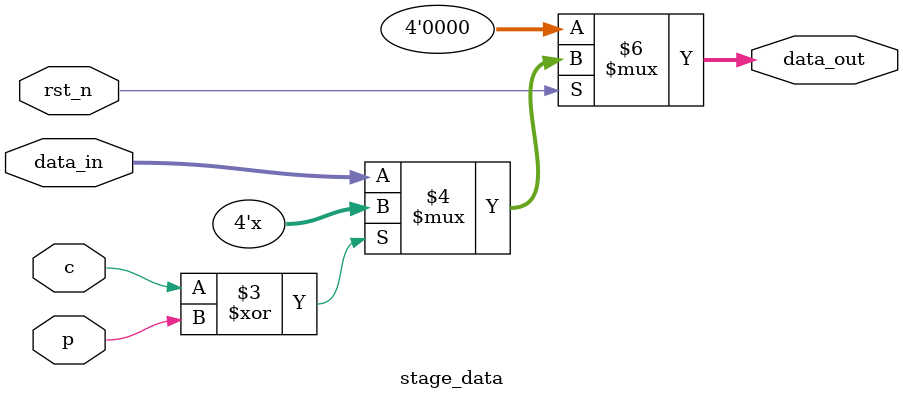
<source format=v>
`timescale 1ns / 1ps


module stage_data(
    data_in,
    data_out,
    c,
    p,
    rst_n
    );
    parameter DATA_WIDTH = 4;
    input [DATA_WIDTH-1:0] data_in;
    input c;
    input p;
    input rst_n;
    output reg [DATA_WIDTH-1:0] data_out;
    always@(*)
    begin
        if(!rst_n)
        begin
            data_out <= {DATA_WIDTH{1'b0}};
        end
        else
        begin
            data_out <= (c^p)?data_out:data_in;
        end
    end
endmodule

</source>
